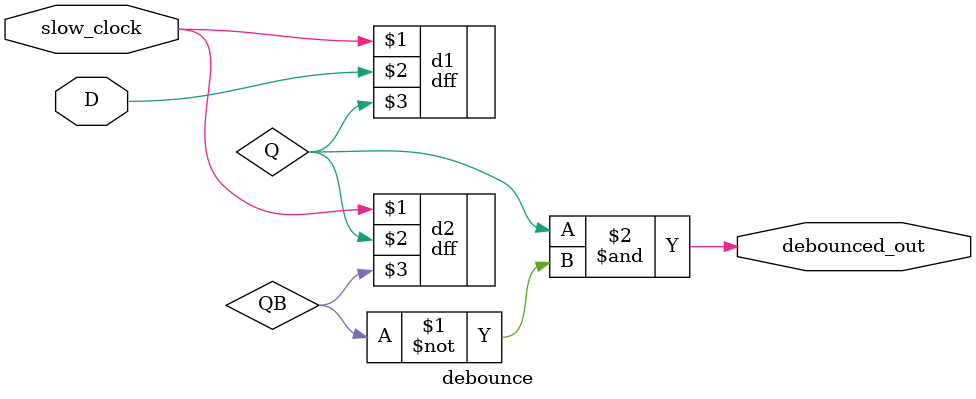
<source format=v>
`timescale 1ns / 1ps


module debounce(
    input slow_clock,
    input D,
    output debounced_out
    );
    
    wire Q, QB;
    dff d1(slow_clock, D, Q);
    dff d2(slow_clock, Q, QB);
    assign debounced_out = Q & ~QB;
    
endmodule

</source>
